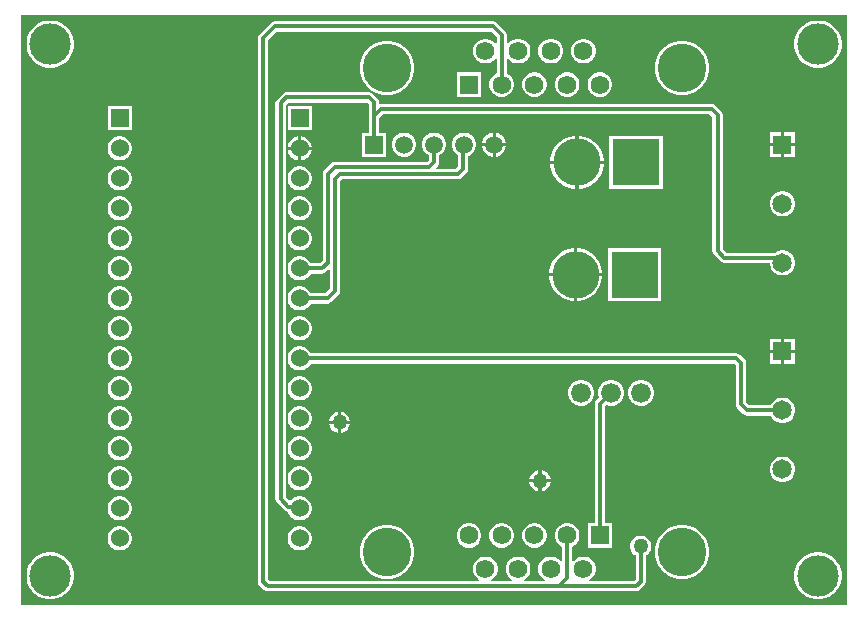
<source format=gbl>
G04*
G04 #@! TF.GenerationSoftware,Altium Limited,Altium Designer,22.8.2 (66)*
G04*
G04 Layer_Physical_Order=2*
G04 Layer_Color=16711680*
%FSLAX42Y42*%
%MOMM*%
G71*
G04*
G04 #@! TF.SameCoordinates,DC65C484-324B-465E-8F3B-FD5F0C8E9CB4*
G04*
G04*
G04 #@! TF.FilePolarity,Positive*
G04*
G01*
G75*
%ADD35C,0.35*%
%ADD36C,3.50*%
%ADD37R,1.65X1.65*%
%ADD38C,1.65*%
%ADD39C,1.58*%
%ADD40R,1.58X1.58*%
%ADD41C,4.12*%
%ADD42C,4.00*%
%ADD43R,4.00X4.00*%
%ADD44C,1.53*%
%ADD45R,1.53X1.53*%
%ADD46R,1.51X1.51*%
%ADD47C,1.51*%
%ADD48C,1.68*%
%ADD49C,1.27*%
G36*
X7000D02*
X0D01*
Y5000D01*
X7000D01*
Y0D01*
D02*
G37*
%LPC*%
G36*
X4000Y4944D02*
X2150D01*
X2133Y4940D01*
X2119Y4931D01*
X2019Y4831D01*
X2010Y4817D01*
X2006Y4800D01*
Y200D01*
X2010Y183D01*
X2019Y169D01*
X2059Y129D01*
X2073Y120D01*
X2090Y117D01*
X5210D01*
X5227Y120D01*
X5241Y129D01*
X5281Y169D01*
X5290Y183D01*
X5294Y200D01*
Y423D01*
X5305Y429D01*
X5321Y445D01*
X5333Y466D01*
X5339Y488D01*
Y512D01*
X5333Y534D01*
X5321Y555D01*
X5305Y571D01*
X5284Y583D01*
X5262Y589D01*
X5238D01*
X5216Y583D01*
X5195Y571D01*
X5179Y555D01*
X5167Y534D01*
X5161Y512D01*
Y488D01*
X5167Y466D01*
X5179Y445D01*
X5195Y429D01*
X5206Y423D01*
Y218D01*
X5192Y204D01*
X4819D01*
X4816Y217D01*
X4829Y225D01*
X4849Y244D01*
X4863Y268D01*
X4870Y294D01*
Y322D01*
X4863Y348D01*
X4849Y372D01*
X4829Y391D01*
X4806Y405D01*
X4779Y412D01*
X4752D01*
X4725Y405D01*
X4702Y391D01*
X4683Y373D01*
X4671Y375D01*
Y497D01*
X4691Y509D01*
X4710Y528D01*
X4724Y552D01*
X4731Y578D01*
Y606D01*
X4724Y632D01*
X4710Y656D01*
X4691Y675D01*
X4667Y689D01*
X4641Y696D01*
X4613D01*
X4587Y689D01*
X4563Y675D01*
X4544Y656D01*
X4530Y632D01*
X4523Y606D01*
Y578D01*
X4530Y552D01*
X4544Y528D01*
X4563Y509D01*
X4583Y497D01*
Y375D01*
X4571Y373D01*
X4552Y391D01*
X4529Y405D01*
X4502Y412D01*
X4475D01*
X4448Y405D01*
X4425Y391D01*
X4405Y372D01*
X4391Y348D01*
X4384Y322D01*
Y294D01*
X4391Y268D01*
X4405Y244D01*
X4425Y225D01*
X4438Y217D01*
X4435Y204D01*
X4265D01*
X4262Y217D01*
X4275Y225D01*
X4295Y244D01*
X4309Y268D01*
X4316Y294D01*
Y322D01*
X4309Y348D01*
X4295Y372D01*
X4275Y391D01*
X4252Y405D01*
X4225Y412D01*
X4198D01*
X4171Y405D01*
X4148Y391D01*
X4128Y372D01*
X4114Y348D01*
X4107Y322D01*
Y294D01*
X4114Y268D01*
X4128Y244D01*
X4148Y225D01*
X4161Y217D01*
X4158Y204D01*
X3988D01*
X3985Y217D01*
X3998Y225D01*
X4018Y244D01*
X4032Y268D01*
X4039Y294D01*
Y322D01*
X4032Y348D01*
X4018Y372D01*
X3998Y391D01*
X3975Y405D01*
X3948Y412D01*
X3921D01*
X3894Y405D01*
X3871Y391D01*
X3851Y372D01*
X3837Y348D01*
X3830Y322D01*
Y294D01*
X3837Y268D01*
X3851Y244D01*
X3871Y225D01*
X3884Y217D01*
X3881Y204D01*
X2108D01*
X2094Y218D01*
Y4782D01*
X2168Y4856D01*
X3982D01*
X4029Y4809D01*
Y4759D01*
X4017Y4757D01*
X3998Y4775D01*
X3975Y4789D01*
X3948Y4796D01*
X3921D01*
X3894Y4789D01*
X3871Y4775D01*
X3851Y4756D01*
X3837Y4732D01*
X3830Y4706D01*
Y4678D01*
X3837Y4652D01*
X3851Y4628D01*
X3871Y4609D01*
X3894Y4595D01*
X3921Y4588D01*
X3948D01*
X3975Y4595D01*
X3998Y4609D01*
X4017Y4627D01*
X4029Y4625D01*
Y4503D01*
X4009Y4491D01*
X3990Y4472D01*
X3976Y4448D01*
X3969Y4422D01*
Y4394D01*
X3976Y4368D01*
X3990Y4344D01*
X4009Y4325D01*
X4033Y4311D01*
X4059Y4304D01*
X4087D01*
X4113Y4311D01*
X4137Y4325D01*
X4156Y4344D01*
X4170Y4368D01*
X4177Y4394D01*
Y4422D01*
X4170Y4448D01*
X4156Y4472D01*
X4137Y4491D01*
X4117Y4503D01*
Y4625D01*
X4129Y4627D01*
X4148Y4609D01*
X4171Y4595D01*
X4198Y4588D01*
X4225D01*
X4252Y4595D01*
X4275Y4609D01*
X4295Y4628D01*
X4309Y4652D01*
X4316Y4678D01*
Y4706D01*
X4309Y4732D01*
X4295Y4756D01*
X4275Y4775D01*
X4252Y4789D01*
X4225Y4796D01*
X4198D01*
X4171Y4789D01*
X4148Y4775D01*
X4129Y4757D01*
X4117Y4759D01*
Y4827D01*
X4113Y4844D01*
X4104Y4858D01*
X4031Y4931D01*
X4017Y4940D01*
X4000Y4944D01*
D02*
G37*
G36*
X4779Y4796D02*
X4752D01*
X4725Y4789D01*
X4702Y4775D01*
X4682Y4756D01*
X4668Y4732D01*
X4661Y4706D01*
Y4678D01*
X4668Y4652D01*
X4682Y4628D01*
X4702Y4609D01*
X4725Y4595D01*
X4752Y4588D01*
X4779D01*
X4806Y4595D01*
X4829Y4609D01*
X4849Y4628D01*
X4863Y4652D01*
X4870Y4678D01*
Y4706D01*
X4863Y4732D01*
X4849Y4756D01*
X4829Y4775D01*
X4806Y4789D01*
X4779Y4796D01*
D02*
G37*
G36*
X4502D02*
X4475D01*
X4448Y4789D01*
X4425Y4775D01*
X4405Y4756D01*
X4391Y4732D01*
X4384Y4706D01*
Y4678D01*
X4391Y4652D01*
X4405Y4628D01*
X4425Y4609D01*
X4448Y4595D01*
X4475Y4588D01*
X4502D01*
X4529Y4595D01*
X4552Y4609D01*
X4572Y4628D01*
X4586Y4652D01*
X4593Y4678D01*
Y4706D01*
X4586Y4732D01*
X4572Y4756D01*
X4552Y4775D01*
X4529Y4789D01*
X4502Y4796D01*
D02*
G37*
G36*
X6770Y4950D02*
X6730D01*
X6692Y4943D01*
X6655Y4928D01*
X6622Y4906D01*
X6594Y4878D01*
X6572Y4845D01*
X6557Y4808D01*
X6550Y4770D01*
Y4730D01*
X6557Y4692D01*
X6572Y4655D01*
X6594Y4622D01*
X6622Y4594D01*
X6655Y4572D01*
X6692Y4557D01*
X6730Y4550D01*
X6770D01*
X6808Y4557D01*
X6845Y4572D01*
X6878Y4594D01*
X6906Y4622D01*
X6928Y4655D01*
X6943Y4692D01*
X6950Y4730D01*
Y4770D01*
X6943Y4808D01*
X6928Y4845D01*
X6906Y4878D01*
X6878Y4906D01*
X6845Y4928D01*
X6808Y4943D01*
X6770Y4950D01*
D02*
G37*
G36*
X270D02*
X230D01*
X192Y4943D01*
X155Y4928D01*
X122Y4906D01*
X94Y4878D01*
X72Y4845D01*
X57Y4808D01*
X50Y4770D01*
Y4730D01*
X57Y4692D01*
X72Y4655D01*
X94Y4622D01*
X122Y4594D01*
X155Y4572D01*
X192Y4557D01*
X230Y4550D01*
X270D01*
X308Y4557D01*
X345Y4572D01*
X378Y4594D01*
X406Y4622D01*
X428Y4655D01*
X443Y4692D01*
X450Y4730D01*
Y4770D01*
X443Y4808D01*
X428Y4845D01*
X406Y4878D01*
X378Y4906D01*
X345Y4928D01*
X308Y4943D01*
X270Y4950D01*
D02*
G37*
G36*
X5622Y4781D02*
X5577D01*
X5532Y4772D01*
X5490Y4755D01*
X5452Y4730D01*
X5420Y4697D01*
X5395Y4660D01*
X5377Y4617D01*
X5368Y4573D01*
Y4527D01*
X5377Y4483D01*
X5395Y4440D01*
X5420Y4403D01*
X5452Y4370D01*
X5490Y4345D01*
X5532Y4328D01*
X5577Y4319D01*
X5622D01*
X5667Y4328D01*
X5709Y4345D01*
X5747Y4370D01*
X5779Y4403D01*
X5804Y4440D01*
X5822Y4483D01*
X5831Y4527D01*
Y4573D01*
X5822Y4617D01*
X5804Y4660D01*
X5779Y4697D01*
X5747Y4730D01*
X5709Y4755D01*
X5667Y4772D01*
X5622Y4781D01*
D02*
G37*
G36*
X3123D02*
X3078D01*
X3033Y4772D01*
X2991Y4755D01*
X2953Y4730D01*
X2921Y4697D01*
X2896Y4660D01*
X2878Y4617D01*
X2869Y4573D01*
Y4527D01*
X2878Y4483D01*
X2896Y4440D01*
X2921Y4403D01*
X2953Y4370D01*
X2991Y4345D01*
X3033Y4328D01*
X3078Y4319D01*
X3123D01*
X3168Y4328D01*
X3210Y4345D01*
X3248Y4370D01*
X3280Y4403D01*
X3305Y4440D01*
X3323Y4483D01*
X3332Y4527D01*
Y4573D01*
X3323Y4617D01*
X3305Y4660D01*
X3280Y4697D01*
X3248Y4730D01*
X3210Y4755D01*
X3168Y4772D01*
X3123Y4781D01*
D02*
G37*
G36*
X4918Y4512D02*
X4890D01*
X4864Y4505D01*
X4840Y4491D01*
X4821Y4472D01*
X4807Y4448D01*
X4800Y4422D01*
Y4394D01*
X4807Y4368D01*
X4821Y4344D01*
X4840Y4325D01*
X4864Y4311D01*
X4890Y4304D01*
X4918D01*
X4944Y4311D01*
X4968Y4325D01*
X4987Y4344D01*
X5001Y4368D01*
X5008Y4394D01*
Y4422D01*
X5001Y4448D01*
X4987Y4472D01*
X4968Y4491D01*
X4944Y4505D01*
X4918Y4512D01*
D02*
G37*
G36*
X4641D02*
X4613D01*
X4587Y4505D01*
X4563Y4491D01*
X4544Y4472D01*
X4530Y4448D01*
X4523Y4422D01*
Y4394D01*
X4530Y4368D01*
X4544Y4344D01*
X4563Y4325D01*
X4587Y4311D01*
X4613Y4304D01*
X4641D01*
X4667Y4311D01*
X4691Y4325D01*
X4710Y4344D01*
X4724Y4368D01*
X4731Y4394D01*
Y4422D01*
X4724Y4448D01*
X4710Y4472D01*
X4691Y4491D01*
X4667Y4505D01*
X4641Y4512D01*
D02*
G37*
G36*
X4364D02*
X4336D01*
X4310Y4505D01*
X4286Y4491D01*
X4267Y4472D01*
X4253Y4448D01*
X4246Y4422D01*
Y4394D01*
X4253Y4368D01*
X4267Y4344D01*
X4286Y4325D01*
X4310Y4311D01*
X4336Y4304D01*
X4364D01*
X4390Y4311D01*
X4414Y4325D01*
X4433Y4344D01*
X4447Y4368D01*
X4454Y4394D01*
Y4422D01*
X4447Y4448D01*
X4433Y4472D01*
X4414Y4491D01*
X4390Y4505D01*
X4364Y4512D01*
D02*
G37*
G36*
X3900D02*
X3692D01*
Y4304D01*
X3900D01*
Y4512D01*
D02*
G37*
G36*
X2464Y4223D02*
X2260D01*
Y4020D01*
X2464D01*
Y4223D01*
D02*
G37*
G36*
X940D02*
X736D01*
Y4020D01*
X940D01*
Y4223D01*
D02*
G37*
G36*
X4021Y4001D02*
X4021D01*
Y3913D01*
X4109D01*
Y3913D01*
X4102Y3939D01*
X4089Y3962D01*
X4070Y3981D01*
X4047Y3994D01*
X4021Y4001D01*
D02*
G37*
G36*
X3995D02*
X3995D01*
X3969Y3994D01*
X3946Y3981D01*
X3927Y3962D01*
X3914Y3939D01*
X3907Y3913D01*
Y3913D01*
X3995D01*
Y4001D01*
D02*
G37*
G36*
X6558Y4008D02*
X6463D01*
Y3913D01*
X6558D01*
Y4008D01*
D02*
G37*
G36*
X6437D02*
X6342D01*
Y3913D01*
X6437D01*
Y4008D01*
D02*
G37*
G36*
X2375Y3969D02*
X2375D01*
Y3880D01*
X2464D01*
Y3881D01*
X2457Y3907D01*
X2444Y3930D01*
X2425Y3949D01*
X2401Y3962D01*
X2375Y3969D01*
D02*
G37*
G36*
X2349D02*
X2349D01*
X2323Y3962D01*
X2299Y3949D01*
X2280Y3930D01*
X2267Y3907D01*
X2260Y3881D01*
Y3880D01*
X2349D01*
Y3969D01*
D02*
G37*
G36*
X4109Y3887D02*
X4021D01*
Y3799D01*
X4021D01*
X4047Y3806D01*
X4070Y3819D01*
X4089Y3838D01*
X4102Y3861D01*
X4109Y3887D01*
Y3887D01*
D02*
G37*
G36*
X3995D02*
X3907D01*
Y3887D01*
X3914Y3861D01*
X3927Y3838D01*
X3946Y3819D01*
X3969Y3806D01*
X3995Y3799D01*
X3995D01*
Y3887D01*
D02*
G37*
G36*
X3259Y4001D02*
X3233D01*
X3207Y3994D01*
X3184Y3981D01*
X3165Y3962D01*
X3152Y3939D01*
X3145Y3913D01*
Y3887D01*
X3152Y3861D01*
X3165Y3838D01*
X3184Y3819D01*
X3207Y3806D01*
X3233Y3799D01*
X3259D01*
X3285Y3806D01*
X3308Y3819D01*
X3327Y3838D01*
X3340Y3861D01*
X3347Y3887D01*
Y3913D01*
X3340Y3939D01*
X3327Y3962D01*
X3308Y3981D01*
X3285Y3994D01*
X3259Y4001D01*
D02*
G37*
G36*
X6558Y3887D02*
X6463D01*
Y3792D01*
X6558D01*
Y3887D01*
D02*
G37*
G36*
X6437D02*
X6342D01*
Y3792D01*
X6437D01*
Y3887D01*
D02*
G37*
G36*
X2464Y3855D02*
X2375D01*
Y3766D01*
X2375D01*
X2401Y3773D01*
X2425Y3786D01*
X2444Y3805D01*
X2457Y3828D01*
X2464Y3854D01*
Y3855D01*
D02*
G37*
G36*
X2349D02*
X2260D01*
Y3854D01*
X2267Y3828D01*
X2280Y3805D01*
X2299Y3786D01*
X2323Y3773D01*
X2349Y3766D01*
X2349D01*
Y3855D01*
D02*
G37*
G36*
X851Y3969D02*
X825D01*
X799Y3962D01*
X775Y3949D01*
X756Y3930D01*
X743Y3907D01*
X736Y3881D01*
Y3854D01*
X743Y3828D01*
X756Y3805D01*
X775Y3786D01*
X799Y3773D01*
X825Y3766D01*
X851D01*
X877Y3773D01*
X901Y3786D01*
X920Y3805D01*
X933Y3828D01*
X940Y3854D01*
Y3881D01*
X933Y3907D01*
X920Y3930D01*
X901Y3949D01*
X877Y3962D01*
X851Y3969D01*
D02*
G37*
G36*
X4732Y3975D02*
X4723D01*
Y3763D01*
X4935D01*
Y3772D01*
X4927Y3816D01*
X4910Y3857D01*
X4885Y3894D01*
X4854Y3925D01*
X4817Y3950D01*
X4776Y3967D01*
X4732Y3975D01*
D02*
G37*
G36*
X4697D02*
X4688D01*
X4644Y3967D01*
X4603Y3950D01*
X4566Y3925D01*
X4535Y3894D01*
X4510Y3857D01*
X4493Y3816D01*
X4485Y3772D01*
Y3763D01*
X4697D01*
Y3975D01*
D02*
G37*
G36*
X3767Y4001D02*
X3741D01*
X3715Y3994D01*
X3692Y3981D01*
X3673Y3962D01*
X3660Y3939D01*
X3653Y3913D01*
Y3887D01*
X3660Y3861D01*
X3673Y3838D01*
X3692Y3819D01*
X3703Y3813D01*
Y3715D01*
X3682Y3694D01*
X3522D01*
X3517Y3705D01*
X3531Y3719D01*
X3540Y3733D01*
X3544Y3750D01*
Y3809D01*
X3562Y3819D01*
X3581Y3838D01*
X3594Y3861D01*
X3601Y3887D01*
Y3913D01*
X3594Y3939D01*
X3581Y3962D01*
X3562Y3981D01*
X3539Y3994D01*
X3513Y4001D01*
X3487D01*
X3461Y3994D01*
X3438Y3981D01*
X3419Y3962D01*
X3406Y3939D01*
X3399Y3913D01*
Y3887D01*
X3406Y3861D01*
X3419Y3838D01*
X3438Y3819D01*
X3456Y3809D01*
Y3768D01*
X3442Y3754D01*
X2660D01*
X2644Y3751D01*
X2629Y3741D01*
X2569Y3681D01*
X2560Y3667D01*
X2556Y3650D01*
Y2918D01*
X2533Y2895D01*
X2454D01*
X2444Y2914D01*
X2425Y2933D01*
X2401Y2946D01*
X2375Y2953D01*
X2349D01*
X2323Y2946D01*
X2299Y2933D01*
X2280Y2914D01*
X2267Y2891D01*
X2260Y2865D01*
Y2838D01*
X2267Y2812D01*
X2280Y2789D01*
X2299Y2770D01*
X2323Y2757D01*
X2349Y2750D01*
X2375D01*
X2401Y2757D01*
X2425Y2770D01*
X2444Y2789D01*
X2454Y2808D01*
X2551D01*
X2568Y2811D01*
X2582Y2821D01*
X2605Y2843D01*
X2617Y2838D01*
Y2679D01*
X2579Y2641D01*
X2454D01*
X2444Y2660D01*
X2425Y2679D01*
X2401Y2692D01*
X2375Y2699D01*
X2349D01*
X2323Y2692D01*
X2299Y2679D01*
X2280Y2660D01*
X2267Y2637D01*
X2260Y2611D01*
Y2584D01*
X2267Y2558D01*
X2280Y2535D01*
X2299Y2516D01*
X2323Y2503D01*
X2349Y2496D01*
X2375D01*
X2401Y2503D01*
X2425Y2516D01*
X2444Y2535D01*
X2454Y2554D01*
X2598D01*
X2614Y2557D01*
X2628Y2567D01*
X2691Y2629D01*
X2701Y2644D01*
X2704Y2660D01*
Y3592D01*
X2718Y3606D01*
X3700D01*
X3717Y3610D01*
X3731Y3619D01*
X3777Y3666D01*
X3787Y3680D01*
X3790Y3697D01*
Y3805D01*
X3793Y3806D01*
X3816Y3819D01*
X3835Y3838D01*
X3848Y3861D01*
X3855Y3887D01*
Y3913D01*
X3848Y3939D01*
X3835Y3962D01*
X3816Y3981D01*
X3793Y3994D01*
X3767Y4001D01*
D02*
G37*
G36*
X5435Y3975D02*
X4985D01*
Y3525D01*
X5435D01*
Y3975D01*
D02*
G37*
G36*
X4935Y3737D02*
X4723D01*
Y3525D01*
X4732D01*
X4776Y3533D01*
X4817Y3550D01*
X4854Y3575D01*
X4885Y3606D01*
X4910Y3643D01*
X4927Y3684D01*
X4935Y3728D01*
Y3737D01*
D02*
G37*
G36*
X4697D02*
X4485D01*
Y3728D01*
X4493Y3684D01*
X4510Y3643D01*
X4535Y3606D01*
X4566Y3575D01*
X4603Y3550D01*
X4644Y3533D01*
X4688Y3525D01*
X4697D01*
Y3737D01*
D02*
G37*
G36*
X2375Y3715D02*
X2349D01*
X2323Y3708D01*
X2299Y3695D01*
X2280Y3676D01*
X2267Y3653D01*
X2260Y3627D01*
Y3600D01*
X2267Y3574D01*
X2280Y3551D01*
X2299Y3532D01*
X2323Y3519D01*
X2349Y3512D01*
X2375D01*
X2401Y3519D01*
X2425Y3532D01*
X2444Y3551D01*
X2457Y3574D01*
X2464Y3600D01*
Y3627D01*
X2457Y3653D01*
X2444Y3676D01*
X2425Y3695D01*
X2401Y3708D01*
X2375Y3715D01*
D02*
G37*
G36*
X851D02*
X825D01*
X799Y3708D01*
X775Y3695D01*
X756Y3676D01*
X743Y3653D01*
X736Y3627D01*
Y3600D01*
X743Y3574D01*
X756Y3551D01*
X775Y3532D01*
X799Y3519D01*
X825Y3512D01*
X851D01*
X877Y3519D01*
X901Y3532D01*
X920Y3551D01*
X933Y3574D01*
X940Y3600D01*
Y3627D01*
X933Y3653D01*
X920Y3676D01*
X901Y3695D01*
X877Y3708D01*
X851Y3715D01*
D02*
G37*
G36*
X6464Y3508D02*
X6436D01*
X6408Y3501D01*
X6384Y3486D01*
X6364Y3466D01*
X6349Y3442D01*
X6342Y3414D01*
Y3386D01*
X6349Y3358D01*
X6364Y3334D01*
X6384Y3314D01*
X6408Y3299D01*
X6436Y3292D01*
X6464D01*
X6492Y3299D01*
X6516Y3314D01*
X6536Y3334D01*
X6551Y3358D01*
X6558Y3386D01*
Y3414D01*
X6551Y3442D01*
X6536Y3466D01*
X6516Y3486D01*
X6492Y3501D01*
X6464Y3508D01*
D02*
G37*
G36*
X2375Y3461D02*
X2349D01*
X2323Y3454D01*
X2299Y3441D01*
X2280Y3422D01*
X2267Y3399D01*
X2260Y3373D01*
Y3346D01*
X2267Y3320D01*
X2280Y3297D01*
X2299Y3278D01*
X2323Y3265D01*
X2349Y3258D01*
X2375D01*
X2401Y3265D01*
X2425Y3278D01*
X2444Y3297D01*
X2457Y3320D01*
X2464Y3346D01*
Y3373D01*
X2457Y3399D01*
X2444Y3422D01*
X2425Y3441D01*
X2401Y3454D01*
X2375Y3461D01*
D02*
G37*
G36*
X851D02*
X825D01*
X799Y3454D01*
X775Y3441D01*
X756Y3422D01*
X743Y3399D01*
X736Y3373D01*
Y3346D01*
X743Y3320D01*
X756Y3297D01*
X775Y3278D01*
X799Y3265D01*
X825Y3258D01*
X851D01*
X877Y3265D01*
X901Y3278D01*
X920Y3297D01*
X933Y3320D01*
X940Y3346D01*
Y3373D01*
X933Y3399D01*
X920Y3422D01*
X901Y3441D01*
X877Y3454D01*
X851Y3461D01*
D02*
G37*
G36*
X2375Y3207D02*
X2349D01*
X2323Y3200D01*
X2299Y3187D01*
X2280Y3168D01*
X2267Y3145D01*
X2260Y3119D01*
Y3092D01*
X2267Y3066D01*
X2280Y3043D01*
X2299Y3024D01*
X2323Y3011D01*
X2349Y3004D01*
X2375D01*
X2401Y3011D01*
X2425Y3024D01*
X2444Y3043D01*
X2457Y3066D01*
X2464Y3092D01*
Y3119D01*
X2457Y3145D01*
X2444Y3168D01*
X2425Y3187D01*
X2401Y3200D01*
X2375Y3207D01*
D02*
G37*
G36*
X851D02*
X825D01*
X799Y3200D01*
X775Y3187D01*
X756Y3168D01*
X743Y3145D01*
X736Y3119D01*
Y3092D01*
X743Y3066D01*
X756Y3043D01*
X775Y3024D01*
X799Y3011D01*
X825Y3004D01*
X851D01*
X877Y3011D01*
X901Y3024D01*
X920Y3043D01*
X933Y3066D01*
X940Y3092D01*
Y3119D01*
X933Y3145D01*
X920Y3168D01*
X901Y3187D01*
X877Y3200D01*
X851Y3207D01*
D02*
G37*
G36*
X4722Y3025D02*
X4713D01*
Y2813D01*
X4925D01*
Y2822D01*
X4917Y2866D01*
X4900Y2907D01*
X4875Y2944D01*
X4844Y2975D01*
X4807Y3000D01*
X4766Y3017D01*
X4722Y3025D01*
D02*
G37*
G36*
X4687D02*
X4678D01*
X4634Y3017D01*
X4593Y3000D01*
X4556Y2975D01*
X4525Y2944D01*
X4500Y2907D01*
X4483Y2866D01*
X4475Y2822D01*
Y2813D01*
X4687D01*
Y3025D01*
D02*
G37*
G36*
X2950Y4344D02*
X2250D01*
X2233Y4340D01*
X2219Y4331D01*
X2169Y4281D01*
X2160Y4267D01*
X2156Y4250D01*
Y900D01*
X2160Y883D01*
X2169Y869D01*
X2234Y804D01*
X2248Y795D01*
X2264Y791D01*
X2267Y780D01*
X2280Y757D01*
X2299Y738D01*
X2323Y725D01*
X2349Y718D01*
X2375D01*
X2401Y725D01*
X2425Y738D01*
X2444Y757D01*
X2457Y780D01*
X2464Y806D01*
Y833D01*
X2457Y859D01*
X2444Y882D01*
X2425Y901D01*
X2401Y914D01*
X2375Y921D01*
X2349D01*
X2323Y914D01*
X2299Y901D01*
X2289Y891D01*
X2271Y891D01*
X2244Y918D01*
Y4232D01*
X2268Y4256D01*
X2932D01*
X2948Y4240D01*
Y4142D01*
Y4001D01*
X2891D01*
Y3799D01*
X3093D01*
Y4001D01*
X3036D01*
Y4124D01*
X3068Y4156D01*
X5832D01*
X5856Y4132D01*
Y3000D01*
X5860Y2983D01*
X5869Y2969D01*
X5927Y2911D01*
X5941Y2902D01*
X5958Y2898D01*
X6342D01*
Y2886D01*
X6349Y2858D01*
X6364Y2834D01*
X6384Y2814D01*
X6408Y2799D01*
X6436Y2792D01*
X6464D01*
X6492Y2799D01*
X6516Y2814D01*
X6536Y2834D01*
X6551Y2858D01*
X6558Y2886D01*
Y2914D01*
X6551Y2942D01*
X6536Y2966D01*
X6516Y2986D01*
X6492Y3001D01*
X6464Y3008D01*
X6436D01*
X6408Y3001D01*
X6384Y2986D01*
X6383Y2986D01*
X5976D01*
X5944Y3018D01*
Y4150D01*
X5940Y4167D01*
X5931Y4181D01*
X5881Y4231D01*
X5867Y4240D01*
X5850Y4244D01*
X3050D01*
X3046Y4243D01*
X3036Y4251D01*
Y4258D01*
X3032Y4275D01*
X3023Y4289D01*
X2981Y4331D01*
X2967Y4340D01*
X2950Y4344D01*
D02*
G37*
G36*
X851Y2953D02*
X825D01*
X799Y2946D01*
X775Y2933D01*
X756Y2914D01*
X743Y2891D01*
X736Y2865D01*
Y2838D01*
X743Y2812D01*
X756Y2789D01*
X775Y2770D01*
X799Y2757D01*
X825Y2750D01*
X851D01*
X877Y2757D01*
X901Y2770D01*
X920Y2789D01*
X933Y2812D01*
X940Y2838D01*
Y2865D01*
X933Y2891D01*
X920Y2914D01*
X901Y2933D01*
X877Y2946D01*
X851Y2953D01*
D02*
G37*
G36*
X5425Y3025D02*
X4975D01*
Y2575D01*
X5425D01*
Y3025D01*
D02*
G37*
G36*
X4925Y2787D02*
X4713D01*
Y2575D01*
X4722D01*
X4766Y2583D01*
X4807Y2600D01*
X4844Y2625D01*
X4875Y2656D01*
X4900Y2693D01*
X4917Y2734D01*
X4925Y2778D01*
Y2787D01*
D02*
G37*
G36*
X4687D02*
X4475D01*
Y2778D01*
X4483Y2734D01*
X4500Y2693D01*
X4525Y2656D01*
X4556Y2625D01*
X4593Y2600D01*
X4634Y2583D01*
X4678Y2575D01*
X4687D01*
Y2787D01*
D02*
G37*
G36*
X851Y2699D02*
X825D01*
X799Y2692D01*
X775Y2679D01*
X756Y2660D01*
X743Y2637D01*
X736Y2611D01*
Y2584D01*
X743Y2558D01*
X756Y2535D01*
X775Y2516D01*
X799Y2503D01*
X825Y2496D01*
X851D01*
X877Y2503D01*
X901Y2516D01*
X920Y2535D01*
X933Y2558D01*
X940Y2584D01*
Y2611D01*
X933Y2637D01*
X920Y2660D01*
X901Y2679D01*
X877Y2692D01*
X851Y2699D01*
D02*
G37*
G36*
X2375Y2445D02*
X2349D01*
X2323Y2438D01*
X2299Y2425D01*
X2280Y2406D01*
X2267Y2383D01*
X2260Y2357D01*
Y2330D01*
X2267Y2304D01*
X2280Y2281D01*
X2299Y2262D01*
X2323Y2249D01*
X2349Y2242D01*
X2375D01*
X2401Y2249D01*
X2425Y2262D01*
X2444Y2281D01*
X2457Y2304D01*
X2464Y2330D01*
Y2357D01*
X2457Y2383D01*
X2444Y2406D01*
X2425Y2425D01*
X2401Y2438D01*
X2375Y2445D01*
D02*
G37*
G36*
X851D02*
X825D01*
X799Y2438D01*
X775Y2425D01*
X756Y2406D01*
X743Y2383D01*
X736Y2357D01*
Y2330D01*
X743Y2304D01*
X756Y2281D01*
X775Y2262D01*
X799Y2249D01*
X825Y2242D01*
X851D01*
X877Y2249D01*
X901Y2262D01*
X920Y2281D01*
X933Y2304D01*
X940Y2330D01*
Y2357D01*
X933Y2383D01*
X920Y2406D01*
X901Y2425D01*
X877Y2438D01*
X851Y2445D01*
D02*
G37*
G36*
X6558Y2258D02*
X6463D01*
Y2163D01*
X6558D01*
Y2258D01*
D02*
G37*
G36*
X6437D02*
X6342D01*
Y2163D01*
X6437D01*
Y2258D01*
D02*
G37*
G36*
X6558Y2137D02*
X6463D01*
Y2042D01*
X6558D01*
Y2137D01*
D02*
G37*
G36*
X6437D02*
X6342D01*
Y2042D01*
X6437D01*
Y2137D01*
D02*
G37*
G36*
X851Y2191D02*
X825D01*
X799Y2184D01*
X775Y2171D01*
X756Y2152D01*
X743Y2129D01*
X736Y2103D01*
Y2076D01*
X743Y2050D01*
X756Y2027D01*
X775Y2008D01*
X799Y1995D01*
X825Y1988D01*
X851D01*
X877Y1995D01*
X901Y2008D01*
X920Y2027D01*
X933Y2050D01*
X940Y2076D01*
Y2103D01*
X933Y2129D01*
X920Y2152D01*
X901Y2171D01*
X877Y2184D01*
X851Y2191D01*
D02*
G37*
G36*
X2375Y1937D02*
X2349D01*
X2323Y1930D01*
X2299Y1917D01*
X2280Y1898D01*
X2267Y1875D01*
X2260Y1849D01*
Y1822D01*
X2267Y1796D01*
X2280Y1773D01*
X2299Y1754D01*
X2323Y1741D01*
X2349Y1734D01*
X2375D01*
X2401Y1741D01*
X2425Y1754D01*
X2444Y1773D01*
X2457Y1796D01*
X2464Y1822D01*
Y1849D01*
X2457Y1875D01*
X2444Y1898D01*
X2425Y1917D01*
X2401Y1930D01*
X2375Y1937D01*
D02*
G37*
G36*
X851D02*
X825D01*
X799Y1930D01*
X775Y1917D01*
X756Y1898D01*
X743Y1875D01*
X736Y1849D01*
Y1822D01*
X743Y1796D01*
X756Y1773D01*
X775Y1754D01*
X799Y1741D01*
X825Y1734D01*
X851D01*
X877Y1741D01*
X901Y1754D01*
X920Y1773D01*
X933Y1796D01*
X940Y1822D01*
Y1849D01*
X933Y1875D01*
X920Y1898D01*
X901Y1917D01*
X877Y1930D01*
X851Y1937D01*
D02*
G37*
G36*
X5268Y1909D02*
X5240D01*
X5212Y1902D01*
X5187Y1887D01*
X5167Y1867D01*
X5152Y1842D01*
X5145Y1814D01*
Y1786D01*
X5152Y1758D01*
X5167Y1733D01*
X5187Y1713D01*
X5212Y1698D01*
X5240Y1691D01*
X5268D01*
X5296Y1698D01*
X5321Y1713D01*
X5341Y1733D01*
X5356Y1758D01*
X5363Y1786D01*
Y1814D01*
X5356Y1842D01*
X5341Y1867D01*
X5321Y1887D01*
X5296Y1902D01*
X5268Y1909D01*
D02*
G37*
G36*
X5014D02*
X4986D01*
X4958Y1902D01*
X4933Y1887D01*
X4913Y1867D01*
X4898Y1842D01*
X4891Y1814D01*
Y1786D01*
X4898Y1759D01*
X4873Y1734D01*
X4864Y1720D01*
X4860Y1703D01*
Y696D01*
X4800D01*
Y488D01*
X5008D01*
Y696D01*
X4948D01*
Y1685D01*
X4960Y1698D01*
X4986Y1691D01*
X5014D01*
X5042Y1698D01*
X5067Y1713D01*
X5087Y1733D01*
X5102Y1758D01*
X5109Y1786D01*
Y1814D01*
X5102Y1842D01*
X5087Y1867D01*
X5067Y1887D01*
X5042Y1902D01*
X5014Y1909D01*
D02*
G37*
G36*
X4760D02*
X4732D01*
X4704Y1902D01*
X4679Y1887D01*
X4659Y1867D01*
X4644Y1842D01*
X4637Y1814D01*
Y1786D01*
X4644Y1758D01*
X4659Y1733D01*
X4679Y1713D01*
X4704Y1698D01*
X4732Y1691D01*
X4760D01*
X4788Y1698D01*
X4813Y1713D01*
X4833Y1733D01*
X4848Y1758D01*
X4855Y1786D01*
Y1814D01*
X4848Y1842D01*
X4833Y1867D01*
X4813Y1887D01*
X4788Y1902D01*
X4760Y1909D01*
D02*
G37*
G36*
X2713Y1639D02*
Y1563D01*
X2789D01*
X2783Y1584D01*
X2771Y1605D01*
X2755Y1621D01*
X2734Y1633D01*
X2713Y1639D01*
D02*
G37*
G36*
X2687D02*
X2666Y1633D01*
X2645Y1621D01*
X2629Y1605D01*
X2617Y1584D01*
X2611Y1563D01*
X2687D01*
Y1639D01*
D02*
G37*
G36*
X2375Y2191D02*
X2349D01*
X2323Y2184D01*
X2299Y2171D01*
X2280Y2152D01*
X2267Y2129D01*
X2260Y2103D01*
Y2076D01*
X2267Y2050D01*
X2280Y2027D01*
X2299Y2008D01*
X2323Y1995D01*
X2349Y1988D01*
X2375D01*
X2401Y1995D01*
X2425Y2008D01*
X2444Y2027D01*
X2454Y2046D01*
X6042D01*
X6056Y2032D01*
Y1700D01*
X6060Y1683D01*
X6069Y1669D01*
X6119Y1619D01*
X6133Y1610D01*
X6150Y1606D01*
X6351D01*
X6364Y1584D01*
X6384Y1564D01*
X6408Y1549D01*
X6436Y1542D01*
X6464D01*
X6492Y1549D01*
X6516Y1564D01*
X6536Y1584D01*
X6551Y1608D01*
X6558Y1636D01*
Y1664D01*
X6551Y1692D01*
X6536Y1716D01*
X6516Y1736D01*
X6492Y1751D01*
X6464Y1758D01*
X6436D01*
X6408Y1751D01*
X6384Y1736D01*
X6364Y1716D01*
X6351Y1694D01*
X6168D01*
X6144Y1718D01*
Y2050D01*
X6140Y2067D01*
X6131Y2081D01*
X6091Y2120D01*
X6077Y2130D01*
X6060Y2133D01*
X2454D01*
X2444Y2152D01*
X2425Y2171D01*
X2401Y2184D01*
X2375Y2191D01*
D02*
G37*
G36*
Y1683D02*
X2349D01*
X2323Y1676D01*
X2299Y1663D01*
X2280Y1644D01*
X2267Y1621D01*
X2260Y1595D01*
Y1568D01*
X2267Y1542D01*
X2280Y1519D01*
X2299Y1500D01*
X2323Y1487D01*
X2349Y1480D01*
X2375D01*
X2401Y1487D01*
X2425Y1500D01*
X2444Y1519D01*
X2457Y1542D01*
X2464Y1568D01*
Y1595D01*
X2457Y1621D01*
X2444Y1644D01*
X2425Y1663D01*
X2401Y1676D01*
X2375Y1683D01*
D02*
G37*
G36*
X851D02*
X825D01*
X799Y1676D01*
X775Y1663D01*
X756Y1644D01*
X743Y1621D01*
X736Y1595D01*
Y1568D01*
X743Y1542D01*
X756Y1519D01*
X775Y1500D01*
X799Y1487D01*
X825Y1480D01*
X851D01*
X877Y1487D01*
X901Y1500D01*
X920Y1519D01*
X933Y1542D01*
X940Y1568D01*
Y1595D01*
X933Y1621D01*
X920Y1644D01*
X901Y1663D01*
X877Y1676D01*
X851Y1683D01*
D02*
G37*
G36*
X2789Y1537D02*
X2713D01*
Y1461D01*
X2734Y1467D01*
X2755Y1479D01*
X2771Y1495D01*
X2783Y1516D01*
X2789Y1537D01*
D02*
G37*
G36*
X2687D02*
X2611D01*
X2617Y1516D01*
X2629Y1495D01*
X2645Y1479D01*
X2666Y1467D01*
X2687Y1461D01*
Y1537D01*
D02*
G37*
G36*
X2375Y1429D02*
X2349D01*
X2323Y1422D01*
X2299Y1409D01*
X2280Y1390D01*
X2267Y1367D01*
X2260Y1341D01*
Y1314D01*
X2267Y1288D01*
X2280Y1265D01*
X2299Y1246D01*
X2323Y1233D01*
X2349Y1226D01*
X2375D01*
X2401Y1233D01*
X2425Y1246D01*
X2444Y1265D01*
X2457Y1288D01*
X2464Y1314D01*
Y1341D01*
X2457Y1367D01*
X2444Y1390D01*
X2425Y1409D01*
X2401Y1422D01*
X2375Y1429D01*
D02*
G37*
G36*
X851D02*
X825D01*
X799Y1422D01*
X775Y1409D01*
X756Y1390D01*
X743Y1367D01*
X736Y1341D01*
Y1314D01*
X743Y1288D01*
X756Y1265D01*
X775Y1246D01*
X799Y1233D01*
X825Y1226D01*
X851D01*
X877Y1233D01*
X901Y1246D01*
X920Y1265D01*
X933Y1288D01*
X940Y1314D01*
Y1341D01*
X933Y1367D01*
X920Y1390D01*
X901Y1409D01*
X877Y1422D01*
X851Y1429D01*
D02*
G37*
G36*
X4410Y1142D02*
Y1066D01*
X4486D01*
X4480Y1087D01*
X4468Y1108D01*
X4452Y1124D01*
X4431Y1136D01*
X4410Y1142D01*
D02*
G37*
G36*
X4384D02*
X4363Y1136D01*
X4342Y1124D01*
X4326Y1108D01*
X4314Y1087D01*
X4308Y1066D01*
X4384D01*
Y1142D01*
D02*
G37*
G36*
X6464Y1258D02*
X6436D01*
X6408Y1251D01*
X6384Y1236D01*
X6364Y1216D01*
X6349Y1192D01*
X6342Y1164D01*
Y1136D01*
X6349Y1108D01*
X6364Y1084D01*
X6384Y1064D01*
X6408Y1049D01*
X6436Y1042D01*
X6464D01*
X6492Y1049D01*
X6516Y1064D01*
X6536Y1084D01*
X6551Y1108D01*
X6558Y1136D01*
Y1164D01*
X6551Y1192D01*
X6536Y1216D01*
X6516Y1236D01*
X6492Y1251D01*
X6464Y1258D01*
D02*
G37*
G36*
X2375Y1175D02*
X2349D01*
X2323Y1168D01*
X2299Y1155D01*
X2280Y1136D01*
X2267Y1113D01*
X2260Y1087D01*
Y1060D01*
X2267Y1034D01*
X2280Y1011D01*
X2299Y992D01*
X2323Y979D01*
X2349Y972D01*
X2375D01*
X2401Y979D01*
X2425Y992D01*
X2444Y1011D01*
X2457Y1034D01*
X2464Y1060D01*
Y1087D01*
X2457Y1113D01*
X2444Y1136D01*
X2425Y1155D01*
X2401Y1168D01*
X2375Y1175D01*
D02*
G37*
G36*
X851D02*
X825D01*
X799Y1168D01*
X775Y1155D01*
X756Y1136D01*
X743Y1113D01*
X736Y1087D01*
Y1060D01*
X743Y1034D01*
X756Y1011D01*
X775Y992D01*
X799Y979D01*
X825Y972D01*
X851D01*
X877Y979D01*
X901Y992D01*
X920Y1011D01*
X933Y1034D01*
X940Y1060D01*
Y1087D01*
X933Y1113D01*
X920Y1136D01*
X901Y1155D01*
X877Y1168D01*
X851Y1175D01*
D02*
G37*
G36*
X4486Y1040D02*
X4410D01*
Y964D01*
X4431Y970D01*
X4452Y982D01*
X4468Y998D01*
X4480Y1019D01*
X4486Y1040D01*
D02*
G37*
G36*
X4384D02*
X4308D01*
X4314Y1019D01*
X4326Y998D01*
X4342Y982D01*
X4363Y970D01*
X4384Y964D01*
Y1040D01*
D02*
G37*
G36*
X851Y921D02*
X825D01*
X799Y914D01*
X775Y901D01*
X756Y882D01*
X743Y859D01*
X736Y833D01*
Y806D01*
X743Y780D01*
X756Y757D01*
X775Y738D01*
X799Y725D01*
X825Y718D01*
X851D01*
X877Y725D01*
X901Y738D01*
X920Y757D01*
X933Y780D01*
X940Y806D01*
Y833D01*
X933Y859D01*
X920Y882D01*
X901Y901D01*
X877Y914D01*
X851Y921D01*
D02*
G37*
G36*
X4364Y696D02*
X4336D01*
X4310Y689D01*
X4286Y675D01*
X4267Y656D01*
X4253Y632D01*
X4246Y606D01*
Y578D01*
X4253Y552D01*
X4267Y528D01*
X4286Y509D01*
X4310Y495D01*
X4336Y488D01*
X4364D01*
X4390Y495D01*
X4414Y509D01*
X4433Y528D01*
X4447Y552D01*
X4454Y578D01*
Y606D01*
X4447Y632D01*
X4433Y656D01*
X4414Y675D01*
X4390Y689D01*
X4364Y696D01*
D02*
G37*
G36*
X4087D02*
X4059D01*
X4033Y689D01*
X4009Y675D01*
X3990Y656D01*
X3976Y632D01*
X3969Y606D01*
Y578D01*
X3976Y552D01*
X3990Y528D01*
X4009Y509D01*
X4033Y495D01*
X4059Y488D01*
X4087D01*
X4113Y495D01*
X4137Y509D01*
X4156Y528D01*
X4170Y552D01*
X4177Y578D01*
Y606D01*
X4170Y632D01*
X4156Y656D01*
X4137Y675D01*
X4113Y689D01*
X4087Y696D01*
D02*
G37*
G36*
X3810D02*
X3782D01*
X3756Y689D01*
X3732Y675D01*
X3713Y656D01*
X3699Y632D01*
X3692Y606D01*
Y578D01*
X3699Y552D01*
X3713Y528D01*
X3732Y509D01*
X3756Y495D01*
X3782Y488D01*
X3810D01*
X3836Y495D01*
X3860Y509D01*
X3879Y528D01*
X3893Y552D01*
X3900Y578D01*
Y606D01*
X3893Y632D01*
X3879Y656D01*
X3860Y675D01*
X3836Y689D01*
X3810Y696D01*
D02*
G37*
G36*
X2375Y667D02*
X2349D01*
X2323Y660D01*
X2299Y647D01*
X2280Y628D01*
X2267Y605D01*
X2260Y579D01*
Y552D01*
X2267Y526D01*
X2280Y503D01*
X2299Y484D01*
X2323Y471D01*
X2349Y464D01*
X2375D01*
X2401Y471D01*
X2425Y484D01*
X2444Y503D01*
X2457Y526D01*
X2464Y552D01*
Y579D01*
X2457Y605D01*
X2444Y628D01*
X2425Y647D01*
X2401Y660D01*
X2375Y667D01*
D02*
G37*
G36*
X851D02*
X825D01*
X799Y660D01*
X775Y647D01*
X756Y628D01*
X743Y605D01*
X736Y579D01*
Y552D01*
X743Y526D01*
X756Y503D01*
X775Y484D01*
X799Y471D01*
X825Y464D01*
X851D01*
X877Y471D01*
X901Y484D01*
X920Y503D01*
X933Y526D01*
X940Y552D01*
Y579D01*
X933Y605D01*
X920Y628D01*
X901Y647D01*
X877Y660D01*
X851Y667D01*
D02*
G37*
G36*
X5622Y681D02*
X5577D01*
X5532Y672D01*
X5490Y655D01*
X5452Y630D01*
X5420Y597D01*
X5395Y560D01*
X5377Y517D01*
X5368Y473D01*
Y427D01*
X5377Y383D01*
X5395Y340D01*
X5420Y303D01*
X5452Y270D01*
X5490Y245D01*
X5532Y228D01*
X5577Y219D01*
X5622D01*
X5667Y228D01*
X5709Y245D01*
X5747Y270D01*
X5779Y303D01*
X5804Y340D01*
X5822Y383D01*
X5831Y427D01*
Y473D01*
X5822Y517D01*
X5804Y560D01*
X5779Y597D01*
X5747Y630D01*
X5709Y655D01*
X5667Y672D01*
X5622Y681D01*
D02*
G37*
G36*
X3123D02*
X3078D01*
X3033Y672D01*
X2991Y655D01*
X2953Y630D01*
X2921Y597D01*
X2896Y560D01*
X2878Y517D01*
X2869Y473D01*
Y427D01*
X2878Y383D01*
X2896Y340D01*
X2921Y303D01*
X2953Y270D01*
X2991Y245D01*
X3033Y228D01*
X3078Y219D01*
X3123D01*
X3168Y228D01*
X3210Y245D01*
X3248Y270D01*
X3280Y303D01*
X3305Y340D01*
X3323Y383D01*
X3332Y427D01*
Y473D01*
X3323Y517D01*
X3305Y560D01*
X3280Y597D01*
X3248Y630D01*
X3210Y655D01*
X3168Y672D01*
X3123Y681D01*
D02*
G37*
G36*
X6770Y450D02*
X6730D01*
X6692Y443D01*
X6655Y428D01*
X6622Y406D01*
X6594Y378D01*
X6572Y345D01*
X6557Y308D01*
X6550Y270D01*
Y230D01*
X6557Y192D01*
X6572Y155D01*
X6594Y122D01*
X6622Y94D01*
X6655Y72D01*
X6692Y57D01*
X6730Y50D01*
X6770D01*
X6808Y57D01*
X6845Y72D01*
X6878Y94D01*
X6906Y122D01*
X6928Y155D01*
X6943Y192D01*
X6950Y230D01*
Y270D01*
X6943Y308D01*
X6928Y345D01*
X6906Y378D01*
X6878Y406D01*
X6845Y428D01*
X6808Y443D01*
X6770Y450D01*
D02*
G37*
G36*
X270D02*
X230D01*
X192Y443D01*
X155Y428D01*
X122Y406D01*
X94Y378D01*
X72Y345D01*
X57Y308D01*
X50Y270D01*
Y230D01*
X57Y192D01*
X72Y155D01*
X94Y122D01*
X122Y94D01*
X155Y72D01*
X192Y57D01*
X230Y50D01*
X270D01*
X308Y57D01*
X345Y72D01*
X378Y94D01*
X406Y122D01*
X428Y155D01*
X443Y192D01*
X450Y230D01*
Y270D01*
X443Y308D01*
X428Y345D01*
X406Y378D01*
X378Y406D01*
X345Y428D01*
X308Y443D01*
X270Y450D01*
D02*
G37*
%LPD*%
D35*
X5958Y2942D02*
X6442D01*
X5900Y3000D02*
Y4150D01*
X6442Y2942D02*
X6450Y2950D01*
X5850Y4200D02*
X5900Y4150D01*
Y3000D02*
X5958Y2942D01*
X6150Y1650D02*
X6450D01*
X6100Y1700D02*
X6150Y1650D01*
X6100Y1700D02*
Y2050D01*
X6060Y2090D02*
X6100Y2050D01*
X2362Y2090D02*
X6060D01*
X5000Y1799D02*
Y1800D01*
X4904Y592D02*
Y1703D01*
X5000Y1799D01*
X4560Y160D02*
X5210D01*
X5250Y200D01*
Y500D01*
X4560Y160D02*
X4627Y227D01*
X2090Y160D02*
X4560D01*
X3050Y4200D02*
X5850D01*
X2992Y4142D02*
Y4258D01*
Y3900D02*
Y4142D01*
X3050Y4200D01*
X2250Y4300D02*
X2950D01*
X2200Y4250D02*
X2250Y4300D01*
X2200Y900D02*
Y4250D01*
X2950Y4300D02*
X2992Y4258D01*
X2200Y900D02*
X2265Y835D01*
X2347D02*
X2362Y819D01*
X2265Y835D02*
X2347D01*
X3747Y3697D02*
Y3893D01*
X2700Y3650D02*
X3700D01*
X3747Y3697D01*
X2660Y3610D02*
X2700Y3650D01*
X2660Y2660D02*
Y3610D01*
X2600Y3650D02*
X2660Y3710D01*
X3460D02*
X3500Y3750D01*
X2660Y3710D02*
X3460D01*
X3747Y3893D02*
X3754Y3900D01*
X2600Y2900D02*
Y3650D01*
X3500Y3750D02*
Y3900D01*
X3243Y3897D02*
X3246Y3900D01*
X2362Y2598D02*
X2598D01*
X2660Y2660D01*
X2551Y2851D02*
X2600Y2900D01*
X2362Y2851D02*
X2551D01*
X4627Y227D02*
Y592D01*
X2050Y200D02*
X2090Y160D01*
X2050Y4800D02*
X2150Y4900D01*
X2050Y200D02*
Y4800D01*
X2150Y4900D02*
X4000D01*
X4073Y4408D02*
Y4827D01*
X4000Y4900D02*
X4073Y4827D01*
D36*
X250Y4750D02*
D03*
X6750Y250D02*
D03*
Y4750D02*
D03*
X250Y250D02*
D03*
D37*
X6450Y2150D02*
D03*
Y3900D02*
D03*
D38*
Y1650D02*
D03*
Y1150D02*
D03*
Y3400D02*
D03*
Y2900D02*
D03*
D39*
X3796Y592D02*
D03*
X3935Y308D02*
D03*
X4073Y592D02*
D03*
X4212Y308D02*
D03*
X4350Y592D02*
D03*
X4488Y308D02*
D03*
X4627Y592D02*
D03*
X4765Y308D02*
D03*
X4904Y4408D02*
D03*
X4765Y4692D02*
D03*
X4627Y4408D02*
D03*
X4488Y4692D02*
D03*
X4350Y4408D02*
D03*
X4212Y4692D02*
D03*
X4073Y4408D02*
D03*
X3935Y4692D02*
D03*
D40*
X4904Y592D02*
D03*
X3796Y4408D02*
D03*
D41*
X3100Y450D02*
D03*
X5599D02*
D03*
Y4550D02*
D03*
X3100D02*
D03*
D42*
X4700Y2800D02*
D03*
X4710Y3750D02*
D03*
D43*
X5200Y2800D02*
D03*
X5210Y3750D02*
D03*
D44*
X838Y566D02*
D03*
Y819D02*
D03*
Y1073D02*
D03*
Y1327D02*
D03*
Y1581D02*
D03*
Y1835D02*
D03*
Y2090D02*
D03*
Y2343D02*
D03*
Y2598D02*
D03*
Y2851D02*
D03*
Y3106D02*
D03*
Y3360D02*
D03*
Y3613D02*
D03*
Y3867D02*
D03*
X2362Y566D02*
D03*
Y819D02*
D03*
Y1073D02*
D03*
Y1327D02*
D03*
Y1581D02*
D03*
Y1835D02*
D03*
Y2090D02*
D03*
Y2343D02*
D03*
Y2598D02*
D03*
Y2851D02*
D03*
Y3106D02*
D03*
Y3360D02*
D03*
Y3613D02*
D03*
Y3867D02*
D03*
D45*
X838Y4122D02*
D03*
X2362D02*
D03*
D46*
X2992Y3900D02*
D03*
D47*
X3246D02*
D03*
X3500D02*
D03*
X3754D02*
D03*
X4008D02*
D03*
D48*
X5000Y1800D02*
D03*
X5254D02*
D03*
X4746D02*
D03*
D49*
X4397Y1053D02*
D03*
X5250Y500D02*
D03*
X2700Y1550D02*
D03*
M02*

</source>
